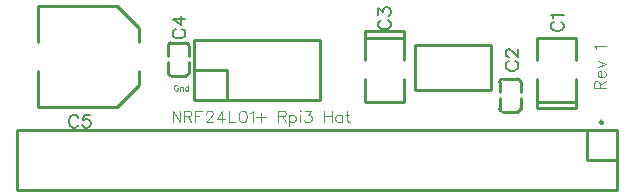
<source format=gto>
G04 Layer: TopSilkLayer*
G04 EasyEDA v6.1.52, Wed, 17 Jul 2019 13:51:58 GMT*
G04 0f272f2afd1b494c8b1dbf383a833715,ab89ba01d8c54d20b0ee7efe4e0f3ffc,10*
G04 Gerber Generator version 0.2*
G04 Scale: 100 percent, Rotated: No, Reflected: No *
G04 Dimensions in inches *
G04 leading zeros omitted , absolute positions ,2 integer and 4 decimal *
%FSLAX24Y24*%
%MOIN*%
G90*
G70D02*

%ADD10C,0.010000*%
%ADD21C,0.004000*%
%ADD22C,0.002000*%
%ADD23C,0.006000*%

%LPD*%
G54D10*
G01X20150Y150D02*
G01X20150Y2150D01*
G01X150Y2150D01*
G01X150Y150D01*
G01X20150Y150D01*
G01X19150Y1150D02*
G01X20150Y1150D01*
G01X19150Y2150D02*
G01X19150Y1150D01*
G01X876Y2926D02*
G01X3499Y2926D01*
G01X4223Y3650D02*
G01X3499Y2926D01*
G01X4223Y5549D02*
G01X3499Y6273D01*
G01X876Y6273D02*
G01X3499Y6273D01*
G01X4223Y5549D02*
G01X4223Y5092D01*
G01X4223Y4107D02*
G01X4223Y3650D01*
G01X876Y4107D02*
G01X876Y2926D01*
G01X876Y6273D02*
G01X876Y5092D01*
G01X11750Y4465D02*
G01X11750Y5223D01*
G01X13049Y5223D01*
G01X13049Y5433D01*
G01X11750Y5433D01*
G01X11750Y5223D01*
G01X13049Y3834D02*
G01X13049Y3076D01*
G01X11750Y3076D01*
G01X11750Y3834D01*
G01X13049Y4465D02*
G01X13049Y5223D01*
G01X18799Y3834D02*
G01X18799Y3076D01*
G01X17500Y3076D01*
G01X17500Y2866D01*
G01X18799Y2866D01*
G01X18799Y3076D01*
G01X17500Y4465D02*
G01X17500Y5223D01*
G01X18799Y5223D01*
G01X18799Y4465D01*
G01X17500Y3834D02*
G01X17500Y3076D01*
G01X16950Y3400D02*
G01X16950Y3750D01*
G01X16850Y3850D02*
G01X16350Y3850D01*
G01X16250Y3750D02*
G01X16250Y3400D01*
G01X16950Y3200D02*
G01X16950Y2850D01*
G01X16850Y2750D02*
G01X16350Y2750D01*
G01X16250Y2850D02*
G01X16250Y3200D01*
G01X13440Y3492D02*
G01X15959Y3492D01*
G01X13440Y3492D02*
G01X13440Y4988D01*
G01X15959Y4988D02*
G01X13440Y4988D01*
G01X15959Y4988D02*
G01X15959Y3492D01*
G01X6150Y5150D02*
G01X10250Y5150D01*
G01X10250Y3150D01*
G01X6050Y3150D01*
G01X6050Y5150D01*
G01X6150Y5150D01*
G01X6050Y4150D02*
G01X7150Y4150D01*
G01X7150Y3150D01*
G01X5200Y4400D02*
G01X5200Y4050D01*
G01X5300Y3950D02*
G01X5800Y3950D01*
G01X5900Y4050D02*
G01X5900Y4400D01*
G01X5200Y4600D02*
G01X5200Y4950D01*
G01X5300Y5050D02*
G01X5800Y5050D01*
G01X5900Y4950D02*
G01X5900Y4600D01*
G54D21*
G01X5350Y2781D02*
G01X5350Y2399D01*
G01X5350Y2781D02*
G01X5605Y2399D01*
G01X5605Y2781D02*
G01X5605Y2399D01*
G01X5725Y2781D02*
G01X5725Y2399D01*
G01X5725Y2781D02*
G01X5888Y2781D01*
G01X5943Y2763D01*
G01X5960Y2745D01*
G01X5978Y2708D01*
G01X5978Y2672D01*
G01X5960Y2636D01*
G01X5943Y2618D01*
G01X5888Y2599D01*
G01X5725Y2599D01*
G01X5852Y2599D02*
G01X5978Y2399D01*
G01X6098Y2781D02*
G01X6098Y2399D01*
G01X6098Y2781D02*
G01X6335Y2781D01*
G01X6098Y2599D02*
G01X6244Y2599D01*
G01X6473Y2690D02*
G01X6473Y2708D01*
G01X6492Y2745D01*
G01X6510Y2763D01*
G01X6546Y2781D01*
G01X6618Y2781D01*
G01X6655Y2763D01*
G01X6673Y2745D01*
G01X6692Y2708D01*
G01X6692Y2672D01*
G01X6673Y2636D01*
G01X6636Y2581D01*
G01X6455Y2399D01*
G01X6710Y2399D01*
G01X7011Y2781D02*
G01X6830Y2527D01*
G01X7102Y2527D01*
G01X7011Y2781D02*
G01X7011Y2399D01*
G01X7222Y2781D02*
G01X7222Y2399D01*
G01X7222Y2399D02*
G01X7440Y2399D01*
G01X7669Y2781D02*
G01X7614Y2763D01*
G01X7578Y2708D01*
G01X7560Y2618D01*
G01X7560Y2563D01*
G01X7578Y2472D01*
G01X7614Y2418D01*
G01X7669Y2399D01*
G01X7706Y2399D01*
G01X7760Y2418D01*
G01X7797Y2472D01*
G01X7814Y2563D01*
G01X7814Y2618D01*
G01X7797Y2708D01*
G01X7760Y2763D01*
G01X7706Y2781D01*
G01X7669Y2781D01*
G01X7935Y2708D02*
G01X7972Y2727D01*
G01X8026Y2781D01*
G01X8026Y2399D01*
G01X8310Y2727D02*
G01X8310Y2399D01*
G01X8146Y2563D02*
G01X8473Y2563D01*
G01X8873Y2781D02*
G01X8873Y2399D01*
G01X8873Y2781D02*
G01X9036Y2781D01*
G01X9092Y2763D01*
G01X9110Y2745D01*
G01X9127Y2708D01*
G01X9127Y2672D01*
G01X9110Y2636D01*
G01X9092Y2618D01*
G01X9036Y2599D01*
G01X8873Y2599D01*
G01X9001Y2599D02*
G01X9127Y2399D01*
G01X9247Y2654D02*
G01X9247Y2272D01*
G01X9247Y2599D02*
G01X9285Y2636D01*
G01X9321Y2654D01*
G01X9375Y2654D01*
G01X9411Y2636D01*
G01X9447Y2599D01*
G01X9465Y2545D01*
G01X9465Y2508D01*
G01X9447Y2454D01*
G01X9411Y2418D01*
G01X9375Y2399D01*
G01X9321Y2399D01*
G01X9285Y2418D01*
G01X9247Y2454D01*
G01X9585Y2781D02*
G01X9605Y2763D01*
G01X9622Y2781D01*
G01X9605Y2799D01*
G01X9585Y2781D01*
G01X9605Y2654D02*
G01X9605Y2399D01*
G01X9778Y2781D02*
G01X9978Y2781D01*
G01X9869Y2636D01*
G01X9925Y2636D01*
G01X9960Y2618D01*
G01X9978Y2599D01*
G01X9997Y2545D01*
G01X9997Y2508D01*
G01X9978Y2454D01*
G01X9943Y2418D01*
G01X9888Y2399D01*
G01X9834Y2399D01*
G01X9778Y2418D01*
G01X9760Y2436D01*
G01X9743Y2472D01*
G01X10397Y2781D02*
G01X10397Y2399D01*
G01X10652Y2781D02*
G01X10652Y2399D01*
G01X10397Y2599D02*
G01X10652Y2599D01*
G01X10989Y2654D02*
G01X10989Y2399D01*
G01X10989Y2599D02*
G01X10953Y2636D01*
G01X10917Y2654D01*
G01X10863Y2654D01*
G01X10826Y2636D01*
G01X10789Y2599D01*
G01X10772Y2545D01*
G01X10772Y2508D01*
G01X10789Y2454D01*
G01X10826Y2418D01*
G01X10863Y2399D01*
G01X10917Y2399D01*
G01X10953Y2418D01*
G01X10989Y2454D01*
G01X11164Y2781D02*
G01X11164Y2472D01*
G01X11182Y2418D01*
G01X11218Y2399D01*
G01X11255Y2399D01*
G01X11110Y2654D02*
G01X11236Y2654D01*
G01X19400Y3528D02*
G01X19782Y3528D01*
G01X19400Y3528D02*
G01X19400Y3692D01*
G01X19418Y3746D01*
G01X19436Y3764D01*
G01X19473Y3783D01*
G01X19509Y3783D01*
G01X19545Y3764D01*
G01X19563Y3746D01*
G01X19582Y3692D01*
G01X19582Y3528D01*
G01X19582Y3655D02*
G01X19782Y3783D01*
G01X19636Y3903D02*
G01X19636Y4121D01*
G01X19600Y4121D01*
G01X19563Y4103D01*
G01X19545Y4084D01*
G01X19527Y4048D01*
G01X19527Y3993D01*
G01X19545Y3957D01*
G01X19582Y3921D01*
G01X19636Y3903D01*
G01X19673Y3903D01*
G01X19727Y3921D01*
G01X19763Y3957D01*
G01X19782Y3993D01*
G01X19782Y4048D01*
G01X19763Y4084D01*
G01X19727Y4121D01*
G01X19527Y4241D02*
G01X19782Y4350D01*
G01X19527Y4459D02*
G01X19782Y4350D01*
G01X19473Y4859D02*
G01X19454Y4895D01*
G01X19400Y4950D01*
G01X19782Y4950D01*
G54D22*
G01X5535Y3604D02*
G01X5527Y3622D01*
G01X5509Y3640D01*
G01X5490Y3649D01*
G01X5455Y3649D01*
G01X5435Y3640D01*
G01X5418Y3622D01*
G01X5409Y3604D01*
G01X5400Y3576D01*
G01X5400Y3531D01*
G01X5409Y3504D01*
G01X5418Y3485D01*
G01X5435Y3467D01*
G01X5455Y3458D01*
G01X5490Y3458D01*
G01X5509Y3467D01*
G01X5527Y3485D01*
G01X5535Y3504D01*
G01X5535Y3531D01*
G01X5490Y3531D02*
G01X5535Y3531D01*
G01X5596Y3585D02*
G01X5596Y3458D01*
G01X5596Y3549D02*
G01X5623Y3576D01*
G01X5642Y3585D01*
G01X5668Y3585D01*
G01X5686Y3576D01*
G01X5696Y3549D01*
G01X5696Y3458D01*
G01X5864Y3649D02*
G01X5864Y3458D01*
G01X5864Y3558D02*
G01X5847Y3576D01*
G01X5828Y3585D01*
G01X5802Y3585D01*
G01X5784Y3576D01*
G01X5764Y3558D01*
G01X5756Y3531D01*
G01X5756Y3513D01*
G01X5764Y3485D01*
G01X5784Y3467D01*
G01X5802Y3458D01*
G01X5828Y3458D01*
G01X5847Y3467D01*
G01X5864Y3485D01*
G54D23*
G01X2207Y2548D02*
G01X2186Y2588D01*
G01X2144Y2630D01*
G01X2105Y2650D01*
G01X2023Y2650D01*
G01X1982Y2630D01*
G01X1940Y2588D01*
G01X1919Y2548D01*
G01X1900Y2486D01*
G01X1900Y2384D01*
G01X1919Y2323D01*
G01X1940Y2282D01*
G01X1982Y2240D01*
G01X2023Y2221D01*
G01X2105Y2221D01*
G01X2144Y2240D01*
G01X2186Y2282D01*
G01X2207Y2323D01*
G01X2586Y2650D02*
G01X2382Y2650D01*
G01X2361Y2465D01*
G01X2382Y2486D01*
G01X2443Y2507D01*
G01X2505Y2507D01*
G01X2567Y2486D01*
G01X2607Y2446D01*
G01X2627Y2384D01*
G01X2627Y2344D01*
G01X2607Y2282D01*
G01X2567Y2240D01*
G01X2505Y2221D01*
G01X2443Y2221D01*
G01X2382Y2240D01*
G01X2361Y2261D01*
G01X2342Y2303D01*
G01X12306Y5807D02*
G01X12265Y5786D01*
G01X12224Y5744D01*
G01X12204Y5705D01*
G01X12204Y5623D01*
G01X12224Y5582D01*
G01X12265Y5540D01*
G01X12306Y5519D01*
G01X12368Y5500D01*
G01X12470Y5500D01*
G01X12531Y5519D01*
G01X12572Y5540D01*
G01X12613Y5582D01*
G01X12633Y5623D01*
G01X12633Y5705D01*
G01X12613Y5744D01*
G01X12572Y5786D01*
G01X12531Y5807D01*
G01X12204Y5982D02*
G01X12204Y6207D01*
G01X12368Y6084D01*
G01X12368Y6146D01*
G01X12388Y6186D01*
G01X12408Y6207D01*
G01X12470Y6228D01*
G01X12511Y6228D01*
G01X12572Y6207D01*
G01X12613Y6167D01*
G01X12633Y6105D01*
G01X12633Y6044D01*
G01X12613Y5982D01*
G01X12593Y5961D01*
G01X12552Y5942D01*
G01X18056Y5757D02*
G01X18015Y5736D01*
G01X17974Y5694D01*
G01X17954Y5655D01*
G01X17954Y5573D01*
G01X17974Y5532D01*
G01X18015Y5490D01*
G01X18056Y5469D01*
G01X18118Y5450D01*
G01X18220Y5450D01*
G01X18281Y5469D01*
G01X18322Y5490D01*
G01X18363Y5532D01*
G01X18383Y5573D01*
G01X18383Y5655D01*
G01X18363Y5694D01*
G01X18322Y5736D01*
G01X18281Y5757D01*
G01X18036Y5892D02*
G01X18015Y5932D01*
G01X17954Y5994D01*
G01X18383Y5994D01*
G01X16551Y4428D02*
G01X16510Y4407D01*
G01X16469Y4367D01*
G01X16449Y4326D01*
G01X16449Y4244D01*
G01X16469Y4203D01*
G01X16510Y4163D01*
G01X16551Y4142D01*
G01X16612Y4121D01*
G01X16714Y4121D01*
G01X16776Y4142D01*
G01X16817Y4163D01*
G01X16858Y4203D01*
G01X16878Y4244D01*
G01X16878Y4326D01*
G01X16858Y4367D01*
G01X16817Y4407D01*
G01X16776Y4428D01*
G01X16551Y4584D02*
G01X16530Y4584D01*
G01X16489Y4605D01*
G01X16469Y4625D01*
G01X16449Y4665D01*
G01X16449Y4748D01*
G01X16469Y4788D01*
G01X16489Y4809D01*
G01X16530Y4830D01*
G01X16571Y4830D01*
G01X16612Y4809D01*
G01X16674Y4767D01*
G01X16878Y4563D01*
G01X16878Y4850D01*
G01X5452Y5507D02*
G01X5411Y5486D01*
G01X5370Y5446D01*
G01X5350Y5405D01*
G01X5350Y5323D01*
G01X5370Y5282D01*
G01X5411Y5242D01*
G01X5452Y5221D01*
G01X5513Y5201D01*
G01X5615Y5201D01*
G01X5677Y5221D01*
G01X5718Y5242D01*
G01X5759Y5282D01*
G01X5779Y5323D01*
G01X5779Y5405D01*
G01X5759Y5446D01*
G01X5718Y5486D01*
G01X5677Y5507D01*
G01X5350Y5846D02*
G01X5636Y5642D01*
G01X5636Y5950D01*
G01X5350Y5846D02*
G01X5779Y5846D01*
G54D10*
G75*
G01X16950Y3750D02*
G03X16850Y3850I-100J0D01*
G01*
G75*
G01X16350Y3850D02*
G03X16250Y3750I0J-100D01*
G01*
G75*
G01X16950Y2850D02*
G02X16850Y2750I-100J0D01*
G01*
G75*
G01X16350Y2750D02*
G02X16250Y2850I0J100D01*
G01*
G75*
G01X5200Y4050D02*
G03X5300Y3950I100J0D01*
G01*
G75*
G01X5800Y3950D02*
G03X5900Y4050I0J100D01*
G01*
G75*
G01X5200Y4950D02*
G02X5300Y5050I100J0D01*
G01*
G75*
G01X5800Y5050D02*
G02X5900Y4950I0J-100D01*
G01*
G75*
G01X19700Y2400D02*
G03X19700Y2400I-50J0D01*
G01*
M00*
M02*

</source>
